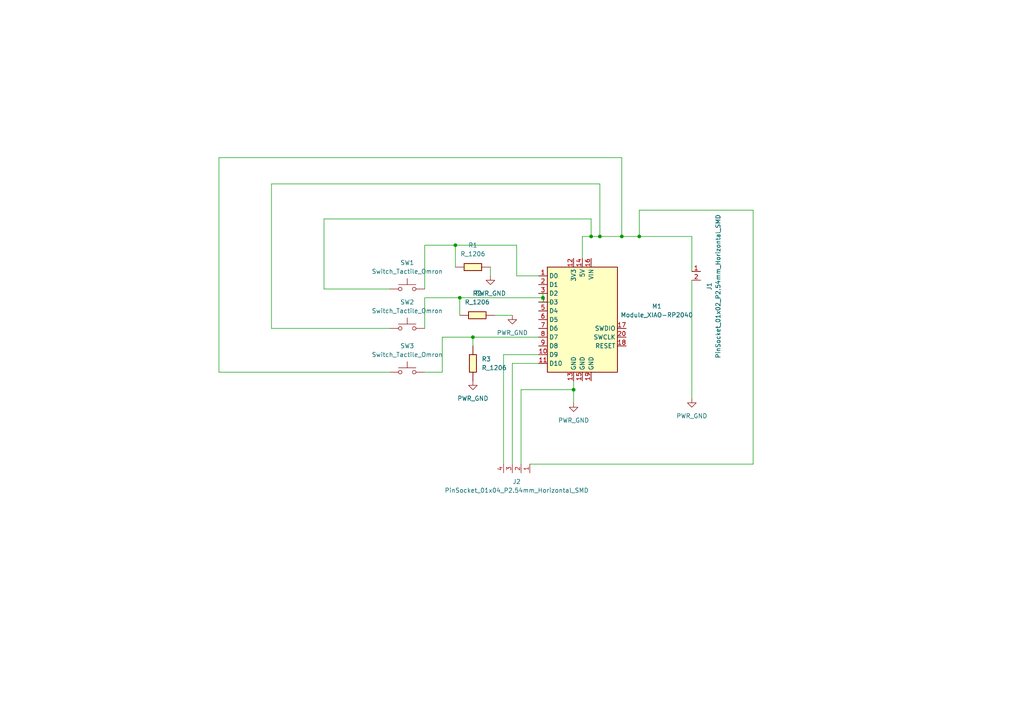
<source format=kicad_sch>
(kicad_sch (version 20250114) (generator "eeschema") (generator_version "9.0")
  (paper "A4")
  (lib_symbols
    (symbol "fab:Module_XIAO-RP2040"
      (property "Reference" "M" (at -10.16 16.51 0))
      (property "Value" "Module_XIAO-RP2040" (at 3.81 16.51 0))
      (symbol "Module_XIAO-RP2040_1_1"
        (rectangle (start -10.16 15.24) (end 10.16 -15.24) (stroke (width 0.254)) (fill (type background)))
        (pin bidirectional line (at -12.7 12.7 0) (length 2.54) (name "D0") (number "1"))
        (pin bidirectional line (at -12.7 10.16 0) (length 2.54) (name "D1") (number "2"))
        (pin bidirectional line (at -12.7 7.62 0) (length 2.54) (name "D2") (number "3"))
        (pin bidirectional line (at -12.7 5.08 0) (length 2.54) (name "D3") (number "4"))
        (pin bidirectional line (at -12.7 2.54 0) (length 2.54) (name "D4") (number "5"))
        (pin bidirectional line (at -12.7 0 0) (length 2.54) (name "D5") (number "6"))
        (pin bidirectional line (at -12.7 -2.54 0) (length 2.54) (name "D6") (number "7"))
        (pin bidirectional line (at -12.7 -5.08 0) (length 2.54) (name "D7") (number "8"))
        (pin bidirectional line (at -12.7 -7.62 0) (length 2.54) (name "D8") (number "9"))
        (pin bidirectional line (at -12.7 -10.16 0) (length 2.54) (name "D9") (number "10"))
        (pin bidirectional line (at -12.7 -12.7 0) (length 2.54) (name "D10") (number "11"))
        (pin power_in line (at -2.54 17.78 270) (length 2.54) (name "3V3") (number "12"))
        (pin power_in line (at -2.54 -17.78 90) (length 2.54) (name "GND") (number "13"))
        (pin power_in line (at 0 17.78 270) (length 2.54) (name "5V") (number "14"))
        (pin power_in line (at 0 -17.78 90) (length 2.54) (name "GND") (number "15"))
        (pin power_in line (at 2.54 17.78 270) (length 2.54) (name "VIN") (number "16"))
        (pin power_in line (at 2.54 -17.78 90) (length 2.54) (name "GND") (number "19"))
        (pin bidirectional line (at 12.7 -2.54 180) (length 2.54) (name "SWDIO") (number "17"))
        (pin input line (at 12.7 -5.08 180) (length 2.54) (name "SWCLK") (number "20"))
        (pin input line (at 12.7 -7.62 180) (length 2.54) (name "RESET") (number "18"))
      )
    )
    (symbol "fab:PWR_GND" (power) (pin_names (offset 0))
      (property "Value" "PWR_GND" (at 0 -3.81 0))
      (symbol "PWR_GND_0_1"
        (polyline (pts (xy 0 0) (xy 0 -1.27) (xy 1.27 -1.27) (xy 0 -2.54) (xy -1.27 -1.27) (xy 0 -1.27)))
      )
      (symbol "PWR_GND_1_1"
        (pin power_in line (at 0 0 270) (length 0) (hide yes) (name "PWR_GND") (number "1"))
      )
    )
    (symbol "fab:PinSocket_01x02_P2.54mm_Horizontal_SMD"
      (property "Reference" "J" (at 0 5.08 0))
      (property "Value" "PinSocket_01x02_P2.54mm_Horizontal_SMD" (at 0 -3.81 0))
      (symbol "PinSocket_01x02_P2.54mm_Horizontal_SMD_0_0"
        (polyline (pts (xy -2.286 -7.366) (xy -2.286 -7.366)))
      )
      (symbol "PinSocket_01x02_P2.54mm_Horizontal_SMD_1_1"
        (pin passive line (at -2.54 1.27 0) (length 2.54) (name "") (number "1"))
        (pin passive line (at -2.54 -1.27 0) (length 2.54) (name "") (number "2"))
      )
    )
    (symbol "fab:PinSocket_01x04_P2.54mm_Horizontal_SMD"
      (property "Reference" "J" (at 0 7.62 0))
      (property "Value" "PinSocket_01x04_P2.54mm_Horizontal_SMD" (at 0 -6.35 0))
      (symbol "PinSocket_01x04_P2.54mm_Horizontal_SMD_0_0"
        (polyline (pts (xy -2.286 -3.556) (xy -2.286 -3.556)))
      )
      (symbol "PinSocket_01x04_P2.54mm_Horizontal_SMD_1_1"
        (pin passive line (at -2.54 3.81 0) (length 2.54) (name "") (number "1"))
        (pin passive line (at -2.54 1.27 0) (length 2.54) (name "") (number "2"))
        (pin passive line (at -2.54 -1.27 0) (length 2.54) (name "") (number "3"))
        (pin passive line (at -2.54 -3.81 0) (length 2.54) (name "") (number "4"))
      )
    )
    (symbol "fab:R_1206" (pin_numbers (hide yes)) (pin_names (offset 0))
      (property "Reference" "R" (at 2.54 0 90))
      (property "Value" "R_1206" (at -2.54 0 90))
      (symbol "R_1206_0_1"
        (rectangle (start -1.016 -2.54) (end 1.016 2.54) (stroke (width 0.254)) (fill (type background)))
      )
      (symbol "R_1206_1_1"
        (pin passive line (at 0 5.08 270) (length 2.54) (name "~") (number "1"))
        (pin passive line (at 0 -5.08 90) (length 2.54) (name "~") (number "2"))
      )
    )
    (symbol "fab:Switch_Tactile_Omron" (pin_numbers (hide yes)) (pin_names (offset 1.016) (hide yes))
      (property "Reference" "SW" (at 1.27 2.54 0))
      (property "Value" "Switch_Tactile_Omron" (at 0 -1.524 0))
      (symbol "Switch_Tactile_Omron_0_1"
        (circle (center -2.032 0) (radius 0.508))
        (polyline (pts (xy 0 1.27) (xy 0 3.048)))
        (circle (center 2.032 0) (radius 0.508))
        (polyline (pts (xy 2.54 1.27) (xy -2.54 1.27)))
        (pin passive line (at -5.08 0 0) (length 2.54) (name "1") (number "1"))
        (pin passive line (at 5.08 0 180) (length 2.54) (name "2") (number "2"))
      )
    )
  )
  (junction (at 185.42 68.58))
  (junction (at 133.35 86.36))
  (junction (at 166.37 113.03))
  (junction (at 173.99 68.58))
  (junction (at 132.08 71.12))
  (junction (at 180.34 68.58))
  (junction (at 137.16 97.79))
  (junction (at 157.48 86.36))
  (junction (at 171.45 68.58))
  (wire (pts (xy 137.16 97.79) (xy 137.16 100.33)))
  (wire (pts (xy 146.05 102.87) (xy 156.21 102.87)))
  (wire (pts (xy 123.19 71.12) (xy 123.19 83.82)))
  (wire (pts (xy 173.99 68.58) (xy 171.45 68.58)))
  (wire (pts (xy 148.59 105.41) (xy 156.21 105.41)))
  (wire (pts (xy 142.24 77.47) (xy 142.24 80.01)))
  (wire (pts (xy 200.66 81.28) (xy 200.66 115.57)))
  (wire (pts (xy 180.34 45.72) (xy 180.34 68.58)))
  (wire (pts (xy 149.86 71.12) (xy 149.86 80.01)))
  (wire (pts (xy 148.59 134.62) (xy 148.59 105.41)))
  (wire (pts (xy 143.51 91.44) (xy 148.59 91.44)))
  (wire (pts (xy 157.48 85.09) (xy 157.48 86.36)))
  (wire (pts (xy 137.16 97.79) (xy 156.21 97.79)))
  (wire (pts (xy 132.08 71.12) (xy 149.86 71.12)))
  (wire (pts (xy 151.13 113.03) (xy 166.37 113.03)))
  (wire (pts (xy 93.98 83.82) (xy 93.98 63.5)))
  (wire (pts (xy 171.45 68.58) (xy 168.91 68.58)))
  (wire (pts (xy 200.66 78.74) (xy 200.66 68.58)))
  (wire (pts (xy 133.35 86.36) (xy 157.48 86.36)))
  (wire (pts (xy 63.5 107.95) (xy 63.5 45.72)))
  (wire (pts (xy 113.03 95.25) (xy 78.74 95.25)))
  (wire (pts (xy 171.45 63.5) (xy 171.45 68.58)))
  (wire (pts (xy 166.37 110.49) (xy 166.37 113.03)))
  (wire (pts (xy 157.48 86.36) (xy 157.48 87.63)))
  (wire (pts (xy 132.08 71.12) (xy 132.08 77.47)))
  (wire (pts (xy 166.37 113.03) (xy 166.37 116.84)))
  (wire (pts (xy 157.48 85.09) (xy 156.21 85.09)))
  (wire (pts (xy 200.66 68.58) (xy 185.42 68.58)))
  (wire (pts (xy 185.42 60.96) (xy 185.42 68.58)))
  (wire (pts (xy 93.98 63.5) (xy 171.45 63.5)))
  (wire (pts (xy 185.42 68.58) (xy 180.34 68.58)))
  (wire (pts (xy 123.19 86.36) (xy 133.35 86.36)))
  (wire (pts (xy 156.21 87.63) (xy 160.02 87.63)))
  (wire (pts (xy 123.19 71.12) (xy 132.08 71.12)))
  (wire (pts (xy 153.67 134.62) (xy 218.44 134.62)))
  (wire (pts (xy 133.35 86.36) (xy 133.35 91.44)))
  (wire (pts (xy 78.74 53.34) (xy 173.99 53.34)))
  (wire (pts (xy 123.19 107.95) (xy 128.27 107.95)))
  (wire (pts (xy 63.5 45.72) (xy 180.34 45.72)))
  (wire (pts (xy 113.03 107.95) (xy 63.5 107.95)))
  (wire (pts (xy 128.27 97.79) (xy 137.16 97.79)))
  (wire (pts (xy 173.99 53.34) (xy 173.99 68.58)))
  (wire (pts (xy 168.91 68.58) (xy 168.91 74.93)))
  (wire (pts (xy 218.44 134.62) (xy 218.44 60.96)))
  (wire (pts (xy 151.13 134.62) (xy 151.13 113.03)))
  (wire (pts (xy 180.34 68.58) (xy 173.99 68.58)))
  (wire (pts (xy 146.05 134.62) (xy 146.05 102.87)))
  (wire (pts (xy 218.44 60.96) (xy 185.42 60.96)))
  (wire (pts (xy 113.03 83.82) (xy 93.98 83.82)))
  (wire (pts (xy 149.86 80.01) (xy 156.21 80.01)))
  (wire (pts (xy 123.19 86.36) (xy 123.19 95.25)))
  (wire (pts (xy 78.74 95.25) (xy 78.74 53.34)))
  (wire (pts (xy 128.27 107.95) (xy 128.27 97.79)))
  (symbol (lib_id "fab:PinSocket_01x02_P2.54mm_Horizontal_SMD") (at 203.2 80.01 0) (unit 1)
    (property "Reference" "J1" (at 205.74 83.058 90))
    (property "Value" "PinSocket_01x02_P2.54mm_Horizontal_SMD" (at 208.28 83.058 90))
    (property "Footprint" "fab:PinSocket_01x02_P2.54mm_Horizontal_SMD" (effects (hide yes)))
    (property "Datasheet" "https://gct.co/files/specs/2.54mm-socket-spec.pdf" (effects (hide yes)))
    (property "Description" "Horizontal SMD 2.54mm pitch pin socket connector" (effects (hide yes)))
  )
  (symbol (lib_id "fab:Switch_Tactile_Omron") (at 118.11 107.95 0) (unit 1)
    (property "Reference" "SW3" (at 118.11 100.33 0))
    (property "Value" "Switch_Tactile_Omron" (at 118.11 102.87 0))
    (property "Footprint" "fab:Button_Omron_B3SN_6.0x6.0mm" (effects (hide yes)))
    (property "Datasheet" "https://omronfs.omron.com/en_US/ecb/products/pdf/en-b3sn.pdf" (effects (hide yes)))
    (property "Description" "Push button switch, Omron, B3SN, Sealed Tactile Switch (SMT), SPST-NO Top Actuated Surface Mount" (effects (hide yes)))
  )
  (symbol (lib_id "fab:R_1206") (at 137.16 77.47 90) (unit 1)
    (property "Reference" "R1" (at 137.16 71.12 90))
    (property "Value" "R_1206" (at 137.16 73.66 90))
    (property "Footprint" "fab:R_1206" (effects (hide yes)))
    (property "Description" "Resistor" (effects (hide yes)))
  )
  (symbol (lib_id "fab:PWR_GND") (at 142.24 80.01 0) (unit 1)
    (property "Reference" "#PWR05" (effects (hide yes)))
    (property "Value" "PWR_GND" (at 142.24 85.09 0))
    (property "Description" "Power symbol creates a global label with name \"GND\" , ground" (effects (hide yes)))
  )
  (symbol (lib_id "fab:PWR_GND") (at 200.66 115.57 0) (unit 1)
    (property "Reference" "#PWR01" (effects (hide yes)))
    (property "Value" "PWR_GND" (at 200.66 120.65 0))
    (property "Description" "Power symbol creates a global label with name \"GND\" , ground" (effects (hide yes)))
  )
  (symbol (lib_id "fab:PWR_GND") (at 137.16 110.49 0) (unit 1)
    (property "Reference" "#PWR03" (effects (hide yes)))
    (property "Value" "PWR_GND" (at 137.16 115.57 0))
    (property "Description" "Power symbol creates a global label with name \"GND\" , ground" (effects (hide yes)))
  )
  (symbol (lib_id "fab:Switch_Tactile_Omron") (at 118.11 83.82 0) (unit 1)
    (property "Reference" "SW1" (at 118.11 76.2 0))
    (property "Value" "Switch_Tactile_Omron" (at 118.11 78.74 0))
    (property "Footprint" "fab:Button_Omron_B3SN_6.0x6.0mm" (effects (hide yes)))
    (property "Datasheet" "https://omronfs.omron.com/en_US/ecb/products/pdf/en-b3sn.pdf" (effects (hide yes)))
    (property "Description" "Push button switch, Omron, B3SN, Sealed Tactile Switch (SMT), SPST-NO Top Actuated Surface Mount" (effects (hide yes)))
  )
  (symbol (lib_id "fab:PWR_GND") (at 166.37 116.84 0) (unit 1)
    (property "Reference" "#PWR02" (effects (hide yes)))
    (property "Value" "PWR_GND" (at 166.37 121.92 0))
    (property "Description" "Power symbol creates a global label with name \"GND\" , ground" (effects (hide yes)))
  )
  (symbol (lib_id "fab:R_1206") (at 137.16 105.41 0) (unit 1)
    (property "Reference" "R3" (at 139.7 104.1399 0) (effects (justify left)))
    (property "Value" "R_1206" (at 139.7 106.6799 0) (effects (justify left)))
    (property "Footprint" "fab:R_1206" (effects (hide yes)))
    (property "Description" "Resistor" (effects (hide yes)))
  )
  (symbol (lib_id "fab:PWR_GND") (at 148.59 91.44 0) (unit 1)
    (property "Reference" "#PWR04" (effects (hide yes)))
    (property "Value" "PWR_GND" (at 148.59 96.52 0))
    (property "Description" "Power symbol creates a global label with name \"GND\" , ground" (effects (hide yes)))
  )
  (symbol (lib_id "fab:Switch_Tactile_Omron") (at 118.11 95.25 0) (unit 1)
    (property "Reference" "SW2" (at 118.11 87.63 0))
    (property "Value" "Switch_Tactile_Omron" (at 118.11 90.17 0))
    (property "Footprint" "fab:Button_Omron_B3SN_6.0x6.0mm" (effects (hide yes)))
    (property "Datasheet" "https://omronfs.omron.com/en_US/ecb/products/pdf/en-b3sn.pdf" (effects (hide yes)))
    (property "Description" "Push button switch, Omron, B3SN, Sealed Tactile Switch (SMT), SPST-NO Top Actuated Surface Mount" (effects (hide yes)))
  )
  (symbol (lib_id "fab:PinSocket_01x04_P2.54mm_Horizontal_SMD") (at 149.86 137.16 270) (unit 1)
    (property "Reference" "J2" (at 149.86 139.7 90))
    (property "Value" "PinSocket_01x04_P2.54mm_Horizontal_SMD" (at 149.86 142.24 90))
    (property "Footprint" "fab:PinSocket_01x04_P2.54mm_Horizontal_SMD" (effects (hide yes)))
    (property "Datasheet" "https://gct.co/files/specs/2.54mm-socket-spec.pdf" (effects (hide yes)))
    (property "Description" "Horizontal SMD 2.54mm pitch pin socket connector" (effects (hide yes)))
  )
  (symbol (lib_id "fab:R_1206") (at 138.43 91.44 90) (unit 1)
    (property "Reference" "R2" (at 138.43 85.09 90))
    (property "Value" "R_1206" (at 138.43 87.63 90))
    (property "Footprint" "fab:R_1206" (effects (hide yes)))
    (property "Description" "Resistor" (effects (hide yes)))
  )
  (symbol (lib_id "fab:Module_XIAO-RP2040") (at 168.91 92.71 0) (unit 1)
    (property "Reference" "M1" (at 190.5 88.8298 0))
    (property "Value" "Module_XIAO-RP2040" (at 190.5 91.3698 0))
    (property "Footprint" "fab:SeeedStudio_XIAO_RP2040" (effects (hide yes)))
    (property "Datasheet" "https://wiki.seeedstudio.com/XIAO-RP2040/" (effects (hide yes)))
    (property "Description" "RP2040 XIAO RP2040 - ARM® Cortex®-M0+ MCU 32-Bit Embedded Evaluation Board" (effects (hide yes)))
  )
)
</source>
